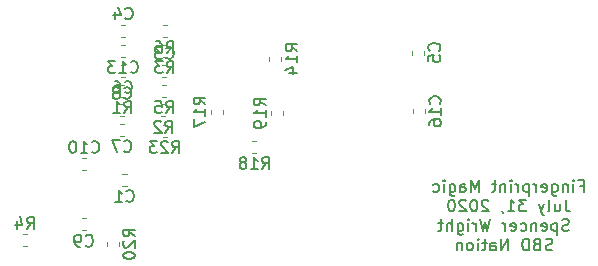
<source format=gbr>
%TF.GenerationSoftware,KiCad,Pcbnew,(5.1.6-0-10_14)*%
%TF.CreationDate,2020-07-31T15:00:41-05:00*%
%TF.ProjectId,final_fingerprint_sensor,66696e61-6c5f-4666-996e-676572707269,rev?*%
%TF.SameCoordinates,Original*%
%TF.FileFunction,Legend,Bot*%
%TF.FilePolarity,Positive*%
%FSLAX46Y46*%
G04 Gerber Fmt 4.6, Leading zero omitted, Abs format (unit mm)*
G04 Created by KiCad (PCBNEW (5.1.6-0-10_14)) date 2020-07-31 15:00:41*
%MOMM*%
%LPD*%
G01*
G04 APERTURE LIST*
%ADD10C,0.150000*%
%ADD11C,0.120000*%
G04 APERTURE END LIST*
D10*
X158455952Y-70428571D02*
X158789285Y-70428571D01*
X158789285Y-70952380D02*
X158789285Y-69952380D01*
X158313095Y-69952380D01*
X157932142Y-70952380D02*
X157932142Y-70285714D01*
X157932142Y-69952380D02*
X157979761Y-70000000D01*
X157932142Y-70047619D01*
X157884523Y-70000000D01*
X157932142Y-69952380D01*
X157932142Y-70047619D01*
X157455952Y-70285714D02*
X157455952Y-70952380D01*
X157455952Y-70380952D02*
X157408333Y-70333333D01*
X157313095Y-70285714D01*
X157170238Y-70285714D01*
X157075000Y-70333333D01*
X157027380Y-70428571D01*
X157027380Y-70952380D01*
X156122619Y-70285714D02*
X156122619Y-71095238D01*
X156170238Y-71190476D01*
X156217857Y-71238095D01*
X156313095Y-71285714D01*
X156455952Y-71285714D01*
X156551190Y-71238095D01*
X156122619Y-70904761D02*
X156217857Y-70952380D01*
X156408333Y-70952380D01*
X156503571Y-70904761D01*
X156551190Y-70857142D01*
X156598809Y-70761904D01*
X156598809Y-70476190D01*
X156551190Y-70380952D01*
X156503571Y-70333333D01*
X156408333Y-70285714D01*
X156217857Y-70285714D01*
X156122619Y-70333333D01*
X155265476Y-70904761D02*
X155360714Y-70952380D01*
X155551190Y-70952380D01*
X155646428Y-70904761D01*
X155694047Y-70809523D01*
X155694047Y-70428571D01*
X155646428Y-70333333D01*
X155551190Y-70285714D01*
X155360714Y-70285714D01*
X155265476Y-70333333D01*
X155217857Y-70428571D01*
X155217857Y-70523809D01*
X155694047Y-70619047D01*
X154789285Y-70952380D02*
X154789285Y-70285714D01*
X154789285Y-70476190D02*
X154741666Y-70380952D01*
X154694047Y-70333333D01*
X154598809Y-70285714D01*
X154503571Y-70285714D01*
X154170238Y-70285714D02*
X154170238Y-71285714D01*
X154170238Y-70333333D02*
X154075000Y-70285714D01*
X153884523Y-70285714D01*
X153789285Y-70333333D01*
X153741666Y-70380952D01*
X153694047Y-70476190D01*
X153694047Y-70761904D01*
X153741666Y-70857142D01*
X153789285Y-70904761D01*
X153884523Y-70952380D01*
X154075000Y-70952380D01*
X154170238Y-70904761D01*
X153265476Y-70952380D02*
X153265476Y-70285714D01*
X153265476Y-70476190D02*
X153217857Y-70380952D01*
X153170238Y-70333333D01*
X153075000Y-70285714D01*
X152979761Y-70285714D01*
X152646428Y-70952380D02*
X152646428Y-70285714D01*
X152646428Y-69952380D02*
X152694047Y-70000000D01*
X152646428Y-70047619D01*
X152598809Y-70000000D01*
X152646428Y-69952380D01*
X152646428Y-70047619D01*
X152170238Y-70285714D02*
X152170238Y-70952380D01*
X152170238Y-70380952D02*
X152122619Y-70333333D01*
X152027380Y-70285714D01*
X151884523Y-70285714D01*
X151789285Y-70333333D01*
X151741666Y-70428571D01*
X151741666Y-70952380D01*
X151408333Y-70285714D02*
X151027380Y-70285714D01*
X151265476Y-69952380D02*
X151265476Y-70809523D01*
X151217857Y-70904761D01*
X151122619Y-70952380D01*
X151027380Y-70952380D01*
X149932142Y-70952380D02*
X149932142Y-69952380D01*
X149598809Y-70666666D01*
X149265476Y-69952380D01*
X149265476Y-70952380D01*
X148360714Y-70952380D02*
X148360714Y-70428571D01*
X148408333Y-70333333D01*
X148503571Y-70285714D01*
X148694047Y-70285714D01*
X148789285Y-70333333D01*
X148360714Y-70904761D02*
X148455952Y-70952380D01*
X148694047Y-70952380D01*
X148789285Y-70904761D01*
X148836904Y-70809523D01*
X148836904Y-70714285D01*
X148789285Y-70619047D01*
X148694047Y-70571428D01*
X148455952Y-70571428D01*
X148360714Y-70523809D01*
X147455952Y-70285714D02*
X147455952Y-71095238D01*
X147503571Y-71190476D01*
X147551190Y-71238095D01*
X147646428Y-71285714D01*
X147789285Y-71285714D01*
X147884523Y-71238095D01*
X147455952Y-70904761D02*
X147551190Y-70952380D01*
X147741666Y-70952380D01*
X147836904Y-70904761D01*
X147884523Y-70857142D01*
X147932142Y-70761904D01*
X147932142Y-70476190D01*
X147884523Y-70380952D01*
X147836904Y-70333333D01*
X147741666Y-70285714D01*
X147551190Y-70285714D01*
X147455952Y-70333333D01*
X146979761Y-70952380D02*
X146979761Y-70285714D01*
X146979761Y-69952380D02*
X147027380Y-70000000D01*
X146979761Y-70047619D01*
X146932142Y-70000000D01*
X146979761Y-69952380D01*
X146979761Y-70047619D01*
X146075000Y-70904761D02*
X146170238Y-70952380D01*
X146360714Y-70952380D01*
X146455952Y-70904761D01*
X146503571Y-70857142D01*
X146551190Y-70761904D01*
X146551190Y-70476190D01*
X146503571Y-70380952D01*
X146455952Y-70333333D01*
X146360714Y-70285714D01*
X146170238Y-70285714D01*
X146075000Y-70333333D01*
X157265476Y-71602380D02*
X157265476Y-72316666D01*
X157313095Y-72459523D01*
X157408333Y-72554761D01*
X157551190Y-72602380D01*
X157646428Y-72602380D01*
X156360714Y-71935714D02*
X156360714Y-72602380D01*
X156789285Y-71935714D02*
X156789285Y-72459523D01*
X156741666Y-72554761D01*
X156646428Y-72602380D01*
X156503571Y-72602380D01*
X156408333Y-72554761D01*
X156360714Y-72507142D01*
X155741666Y-72602380D02*
X155836904Y-72554761D01*
X155884523Y-72459523D01*
X155884523Y-71602380D01*
X155455952Y-71935714D02*
X155217857Y-72602380D01*
X154979761Y-71935714D02*
X155217857Y-72602380D01*
X155313095Y-72840476D01*
X155360714Y-72888095D01*
X155455952Y-72935714D01*
X153932142Y-71602380D02*
X153313095Y-71602380D01*
X153646428Y-71983333D01*
X153503571Y-71983333D01*
X153408333Y-72030952D01*
X153360714Y-72078571D01*
X153313095Y-72173809D01*
X153313095Y-72411904D01*
X153360714Y-72507142D01*
X153408333Y-72554761D01*
X153503571Y-72602380D01*
X153789285Y-72602380D01*
X153884523Y-72554761D01*
X153932142Y-72507142D01*
X152360714Y-72602380D02*
X152932142Y-72602380D01*
X152646428Y-72602380D02*
X152646428Y-71602380D01*
X152741666Y-71745238D01*
X152836904Y-71840476D01*
X152932142Y-71888095D01*
X151884523Y-72554761D02*
X151884523Y-72602380D01*
X151932142Y-72697619D01*
X151979761Y-72745238D01*
X150741666Y-71697619D02*
X150694047Y-71650000D01*
X150598809Y-71602380D01*
X150360714Y-71602380D01*
X150265476Y-71650000D01*
X150217857Y-71697619D01*
X150170238Y-71792857D01*
X150170238Y-71888095D01*
X150217857Y-72030952D01*
X150789285Y-72602380D01*
X150170238Y-72602380D01*
X149551190Y-71602380D02*
X149455952Y-71602380D01*
X149360714Y-71650000D01*
X149313095Y-71697619D01*
X149265476Y-71792857D01*
X149217857Y-71983333D01*
X149217857Y-72221428D01*
X149265476Y-72411904D01*
X149313095Y-72507142D01*
X149360714Y-72554761D01*
X149455952Y-72602380D01*
X149551190Y-72602380D01*
X149646428Y-72554761D01*
X149694047Y-72507142D01*
X149741666Y-72411904D01*
X149789285Y-72221428D01*
X149789285Y-71983333D01*
X149741666Y-71792857D01*
X149694047Y-71697619D01*
X149646428Y-71650000D01*
X149551190Y-71602380D01*
X148836904Y-71697619D02*
X148789285Y-71650000D01*
X148694047Y-71602380D01*
X148455952Y-71602380D01*
X148360714Y-71650000D01*
X148313095Y-71697619D01*
X148265476Y-71792857D01*
X148265476Y-71888095D01*
X148313095Y-72030952D01*
X148884523Y-72602380D01*
X148265476Y-72602380D01*
X147646428Y-71602380D02*
X147551190Y-71602380D01*
X147455952Y-71650000D01*
X147408333Y-71697619D01*
X147360714Y-71792857D01*
X147313095Y-71983333D01*
X147313095Y-72221428D01*
X147360714Y-72411904D01*
X147408333Y-72507142D01*
X147455952Y-72554761D01*
X147551190Y-72602380D01*
X147646428Y-72602380D01*
X147741666Y-72554761D01*
X147789285Y-72507142D01*
X147836904Y-72411904D01*
X147884523Y-72221428D01*
X147884523Y-71983333D01*
X147836904Y-71792857D01*
X147789285Y-71697619D01*
X147741666Y-71650000D01*
X147646428Y-71602380D01*
X157551190Y-74204761D02*
X157408333Y-74252380D01*
X157170238Y-74252380D01*
X157075000Y-74204761D01*
X157027380Y-74157142D01*
X156979761Y-74061904D01*
X156979761Y-73966666D01*
X157027380Y-73871428D01*
X157075000Y-73823809D01*
X157170238Y-73776190D01*
X157360714Y-73728571D01*
X157455952Y-73680952D01*
X157503571Y-73633333D01*
X157551190Y-73538095D01*
X157551190Y-73442857D01*
X157503571Y-73347619D01*
X157455952Y-73300000D01*
X157360714Y-73252380D01*
X157122619Y-73252380D01*
X156979761Y-73300000D01*
X156551190Y-73585714D02*
X156551190Y-74585714D01*
X156551190Y-73633333D02*
X156455952Y-73585714D01*
X156265476Y-73585714D01*
X156170238Y-73633333D01*
X156122619Y-73680952D01*
X156075000Y-73776190D01*
X156075000Y-74061904D01*
X156122619Y-74157142D01*
X156170238Y-74204761D01*
X156265476Y-74252380D01*
X156455952Y-74252380D01*
X156551190Y-74204761D01*
X155265476Y-74204761D02*
X155360714Y-74252380D01*
X155551190Y-74252380D01*
X155646428Y-74204761D01*
X155694047Y-74109523D01*
X155694047Y-73728571D01*
X155646428Y-73633333D01*
X155551190Y-73585714D01*
X155360714Y-73585714D01*
X155265476Y-73633333D01*
X155217857Y-73728571D01*
X155217857Y-73823809D01*
X155694047Y-73919047D01*
X154789285Y-73585714D02*
X154789285Y-74252380D01*
X154789285Y-73680952D02*
X154741666Y-73633333D01*
X154646428Y-73585714D01*
X154503571Y-73585714D01*
X154408333Y-73633333D01*
X154360714Y-73728571D01*
X154360714Y-74252380D01*
X153455952Y-74204761D02*
X153551190Y-74252380D01*
X153741666Y-74252380D01*
X153836904Y-74204761D01*
X153884523Y-74157142D01*
X153932142Y-74061904D01*
X153932142Y-73776190D01*
X153884523Y-73680952D01*
X153836904Y-73633333D01*
X153741666Y-73585714D01*
X153551190Y-73585714D01*
X153455952Y-73633333D01*
X152646428Y-74204761D02*
X152741666Y-74252380D01*
X152932142Y-74252380D01*
X153027380Y-74204761D01*
X153075000Y-74109523D01*
X153075000Y-73728571D01*
X153027380Y-73633333D01*
X152932142Y-73585714D01*
X152741666Y-73585714D01*
X152646428Y-73633333D01*
X152598809Y-73728571D01*
X152598809Y-73823809D01*
X153075000Y-73919047D01*
X152170238Y-74252380D02*
X152170238Y-73585714D01*
X152170238Y-73776190D02*
X152122619Y-73680952D01*
X152075000Y-73633333D01*
X151979761Y-73585714D01*
X151884523Y-73585714D01*
X150884523Y-73252380D02*
X150646428Y-74252380D01*
X150455952Y-73538095D01*
X150265476Y-74252380D01*
X150027380Y-73252380D01*
X149646428Y-74252380D02*
X149646428Y-73585714D01*
X149646428Y-73776190D02*
X149598809Y-73680952D01*
X149551190Y-73633333D01*
X149455952Y-73585714D01*
X149360714Y-73585714D01*
X149027380Y-74252380D02*
X149027380Y-73585714D01*
X149027380Y-73252380D02*
X149075000Y-73300000D01*
X149027380Y-73347619D01*
X148979761Y-73300000D01*
X149027380Y-73252380D01*
X149027380Y-73347619D01*
X148122619Y-73585714D02*
X148122619Y-74395238D01*
X148170238Y-74490476D01*
X148217857Y-74538095D01*
X148313095Y-74585714D01*
X148455952Y-74585714D01*
X148551190Y-74538095D01*
X148122619Y-74204761D02*
X148217857Y-74252380D01*
X148408333Y-74252380D01*
X148503571Y-74204761D01*
X148551190Y-74157142D01*
X148598809Y-74061904D01*
X148598809Y-73776190D01*
X148551190Y-73680952D01*
X148503571Y-73633333D01*
X148408333Y-73585714D01*
X148217857Y-73585714D01*
X148122619Y-73633333D01*
X147646428Y-74252380D02*
X147646428Y-73252380D01*
X147217857Y-74252380D02*
X147217857Y-73728571D01*
X147265476Y-73633333D01*
X147360714Y-73585714D01*
X147503571Y-73585714D01*
X147598809Y-73633333D01*
X147646428Y-73680952D01*
X146884523Y-73585714D02*
X146503571Y-73585714D01*
X146741666Y-73252380D02*
X146741666Y-74109523D01*
X146694047Y-74204761D01*
X146598809Y-74252380D01*
X146503571Y-74252380D01*
X156146428Y-75854761D02*
X156003571Y-75902380D01*
X155765476Y-75902380D01*
X155670238Y-75854761D01*
X155622619Y-75807142D01*
X155575000Y-75711904D01*
X155575000Y-75616666D01*
X155622619Y-75521428D01*
X155670238Y-75473809D01*
X155765476Y-75426190D01*
X155955952Y-75378571D01*
X156051190Y-75330952D01*
X156098809Y-75283333D01*
X156146428Y-75188095D01*
X156146428Y-75092857D01*
X156098809Y-74997619D01*
X156051190Y-74950000D01*
X155955952Y-74902380D01*
X155717857Y-74902380D01*
X155575000Y-74950000D01*
X154813095Y-75378571D02*
X154670238Y-75426190D01*
X154622619Y-75473809D01*
X154575000Y-75569047D01*
X154575000Y-75711904D01*
X154622619Y-75807142D01*
X154670238Y-75854761D01*
X154765476Y-75902380D01*
X155146428Y-75902380D01*
X155146428Y-74902380D01*
X154813095Y-74902380D01*
X154717857Y-74950000D01*
X154670238Y-74997619D01*
X154622619Y-75092857D01*
X154622619Y-75188095D01*
X154670238Y-75283333D01*
X154717857Y-75330952D01*
X154813095Y-75378571D01*
X155146428Y-75378571D01*
X154146428Y-75902380D02*
X154146428Y-74902380D01*
X153908333Y-74902380D01*
X153765476Y-74950000D01*
X153670238Y-75045238D01*
X153622619Y-75140476D01*
X153575000Y-75330952D01*
X153575000Y-75473809D01*
X153622619Y-75664285D01*
X153670238Y-75759523D01*
X153765476Y-75854761D01*
X153908333Y-75902380D01*
X154146428Y-75902380D01*
X152384523Y-75902380D02*
X152384523Y-74902380D01*
X151813095Y-75902380D01*
X151813095Y-74902380D01*
X150908333Y-75902380D02*
X150908333Y-75378571D01*
X150955952Y-75283333D01*
X151051190Y-75235714D01*
X151241666Y-75235714D01*
X151336904Y-75283333D01*
X150908333Y-75854761D02*
X151003571Y-75902380D01*
X151241666Y-75902380D01*
X151336904Y-75854761D01*
X151384523Y-75759523D01*
X151384523Y-75664285D01*
X151336904Y-75569047D01*
X151241666Y-75521428D01*
X151003571Y-75521428D01*
X150908333Y-75473809D01*
X150575000Y-75235714D02*
X150194047Y-75235714D01*
X150432142Y-74902380D02*
X150432142Y-75759523D01*
X150384523Y-75854761D01*
X150289285Y-75902380D01*
X150194047Y-75902380D01*
X149860714Y-75902380D02*
X149860714Y-75235714D01*
X149860714Y-74902380D02*
X149908333Y-74950000D01*
X149860714Y-74997619D01*
X149813095Y-74950000D01*
X149860714Y-74902380D01*
X149860714Y-74997619D01*
X149241666Y-75902380D02*
X149336904Y-75854761D01*
X149384523Y-75807142D01*
X149432142Y-75711904D01*
X149432142Y-75426190D01*
X149384523Y-75330952D01*
X149336904Y-75283333D01*
X149241666Y-75235714D01*
X149098809Y-75235714D01*
X149003571Y-75283333D01*
X148955952Y-75330952D01*
X148908333Y-75426190D01*
X148908333Y-75711904D01*
X148955952Y-75807142D01*
X149003571Y-75854761D01*
X149098809Y-75902380D01*
X149241666Y-75902380D01*
X148479761Y-75235714D02*
X148479761Y-75902380D01*
X148479761Y-75330952D02*
X148432142Y-75283333D01*
X148336904Y-75235714D01*
X148194047Y-75235714D01*
X148098809Y-75283333D01*
X148051190Y-75378571D01*
X148051190Y-75902380D01*
D11*
%TO.C,C1*%
X119753733Y-70435000D02*
X120096267Y-70435000D01*
X119753733Y-69415000D02*
X120096267Y-69415000D01*
%TO.C,C4*%
X119996267Y-56815000D02*
X119653733Y-56815000D01*
X119996267Y-57835000D02*
X119653733Y-57835000D01*
%TO.C,C6*%
X119603733Y-60165000D02*
X119946267Y-60165000D01*
X119603733Y-61185000D02*
X119946267Y-61185000D01*
%TO.C,C7*%
X119553733Y-66210000D02*
X119896267Y-66210000D01*
X119553733Y-65190000D02*
X119896267Y-65190000D01*
%TO.C,C8*%
X119896267Y-63540000D02*
X119553733Y-63540000D01*
X119896267Y-64560000D02*
X119553733Y-64560000D01*
%TO.C,C9*%
X116303733Y-74210000D02*
X116646267Y-74210000D01*
X116303733Y-73190000D02*
X116646267Y-73190000D01*
%TO.C,C10*%
X116696267Y-69135000D02*
X116353733Y-69135000D01*
X116696267Y-68115000D02*
X116353733Y-68115000D01*
%TO.C,C13*%
X119628733Y-58490000D02*
X119971267Y-58490000D01*
X119628733Y-59510000D02*
X119971267Y-59510000D01*
%TO.C,R1*%
X119578733Y-61865000D02*
X119921267Y-61865000D01*
X119578733Y-62885000D02*
X119921267Y-62885000D01*
%TO.C,R2*%
X123053733Y-64560000D02*
X123396267Y-64560000D01*
X123053733Y-63540000D02*
X123396267Y-63540000D01*
%TO.C,R3*%
X123153733Y-58490000D02*
X123496267Y-58490000D01*
X123153733Y-59510000D02*
X123496267Y-59510000D01*
%TO.C,R5*%
X123103733Y-62885000D02*
X123446267Y-62885000D01*
X123103733Y-61865000D02*
X123446267Y-61865000D01*
%TO.C,R6*%
X123153733Y-57835000D02*
X123496267Y-57835000D01*
X123153733Y-56815000D02*
X123496267Y-56815000D01*
%TO.C,R14*%
X133185000Y-59846267D02*
X133185000Y-59503733D01*
X132165000Y-59846267D02*
X132165000Y-59503733D01*
%TO.C,R17*%
X127240000Y-64003733D02*
X127240000Y-64346267D01*
X128260000Y-64003733D02*
X128260000Y-64346267D01*
%TO.C,R18*%
X130753733Y-67635000D02*
X131096267Y-67635000D01*
X130753733Y-66615000D02*
X131096267Y-66615000D01*
%TO.C,R19*%
X133360000Y-64103733D02*
X133360000Y-64446267D01*
X132340000Y-64103733D02*
X132340000Y-64446267D01*
%TO.C,R23*%
X123153733Y-65265000D02*
X123496267Y-65265000D01*
X123153733Y-66285000D02*
X123496267Y-66285000D01*
%TO.C,C3*%
X123471267Y-61185000D02*
X123128733Y-61185000D01*
X123471267Y-60165000D02*
X123128733Y-60165000D01*
%TO.C,C5*%
X144265000Y-59321267D02*
X144265000Y-58978733D01*
X145285000Y-59321267D02*
X145285000Y-58978733D01*
%TO.C,C16*%
X145335000Y-64296267D02*
X145335000Y-63953733D01*
X144315000Y-64296267D02*
X144315000Y-63953733D01*
%TO.C,R4*%
X111671267Y-74540000D02*
X111328733Y-74540000D01*
X111671267Y-75560000D02*
X111328733Y-75560000D01*
%TO.C,R20*%
X118415000Y-75521267D02*
X118415000Y-75178733D01*
X119435000Y-75521267D02*
X119435000Y-75178733D01*
%TO.C,C1*%
D10*
X120091666Y-71712142D02*
X120139285Y-71759761D01*
X120282142Y-71807380D01*
X120377380Y-71807380D01*
X120520238Y-71759761D01*
X120615476Y-71664523D01*
X120663095Y-71569285D01*
X120710714Y-71378809D01*
X120710714Y-71235952D01*
X120663095Y-71045476D01*
X120615476Y-70950238D01*
X120520238Y-70855000D01*
X120377380Y-70807380D01*
X120282142Y-70807380D01*
X120139285Y-70855000D01*
X120091666Y-70902619D01*
X119139285Y-71807380D02*
X119710714Y-71807380D01*
X119425000Y-71807380D02*
X119425000Y-70807380D01*
X119520238Y-70950238D01*
X119615476Y-71045476D01*
X119710714Y-71093095D01*
%TO.C,C4*%
X119991666Y-56252142D02*
X120039285Y-56299761D01*
X120182142Y-56347380D01*
X120277380Y-56347380D01*
X120420238Y-56299761D01*
X120515476Y-56204523D01*
X120563095Y-56109285D01*
X120610714Y-55918809D01*
X120610714Y-55775952D01*
X120563095Y-55585476D01*
X120515476Y-55490238D01*
X120420238Y-55395000D01*
X120277380Y-55347380D01*
X120182142Y-55347380D01*
X120039285Y-55395000D01*
X119991666Y-55442619D01*
X119134523Y-55680714D02*
X119134523Y-56347380D01*
X119372619Y-55299761D02*
X119610714Y-56014047D01*
X118991666Y-56014047D01*
%TO.C,C6*%
X119941666Y-62462142D02*
X119989285Y-62509761D01*
X120132142Y-62557380D01*
X120227380Y-62557380D01*
X120370238Y-62509761D01*
X120465476Y-62414523D01*
X120513095Y-62319285D01*
X120560714Y-62128809D01*
X120560714Y-61985952D01*
X120513095Y-61795476D01*
X120465476Y-61700238D01*
X120370238Y-61605000D01*
X120227380Y-61557380D01*
X120132142Y-61557380D01*
X119989285Y-61605000D01*
X119941666Y-61652619D01*
X119084523Y-61557380D02*
X119275000Y-61557380D01*
X119370238Y-61605000D01*
X119417857Y-61652619D01*
X119513095Y-61795476D01*
X119560714Y-61985952D01*
X119560714Y-62366904D01*
X119513095Y-62462142D01*
X119465476Y-62509761D01*
X119370238Y-62557380D01*
X119179761Y-62557380D01*
X119084523Y-62509761D01*
X119036904Y-62462142D01*
X118989285Y-62366904D01*
X118989285Y-62128809D01*
X119036904Y-62033571D01*
X119084523Y-61985952D01*
X119179761Y-61938333D01*
X119370238Y-61938333D01*
X119465476Y-61985952D01*
X119513095Y-62033571D01*
X119560714Y-62128809D01*
%TO.C,C7*%
X119891666Y-67487142D02*
X119939285Y-67534761D01*
X120082142Y-67582380D01*
X120177380Y-67582380D01*
X120320238Y-67534761D01*
X120415476Y-67439523D01*
X120463095Y-67344285D01*
X120510714Y-67153809D01*
X120510714Y-67010952D01*
X120463095Y-66820476D01*
X120415476Y-66725238D01*
X120320238Y-66630000D01*
X120177380Y-66582380D01*
X120082142Y-66582380D01*
X119939285Y-66630000D01*
X119891666Y-66677619D01*
X119558333Y-66582380D02*
X118891666Y-66582380D01*
X119320238Y-67582380D01*
%TO.C,C8*%
X119891666Y-62977142D02*
X119939285Y-63024761D01*
X120082142Y-63072380D01*
X120177380Y-63072380D01*
X120320238Y-63024761D01*
X120415476Y-62929523D01*
X120463095Y-62834285D01*
X120510714Y-62643809D01*
X120510714Y-62500952D01*
X120463095Y-62310476D01*
X120415476Y-62215238D01*
X120320238Y-62120000D01*
X120177380Y-62072380D01*
X120082142Y-62072380D01*
X119939285Y-62120000D01*
X119891666Y-62167619D01*
X119320238Y-62500952D02*
X119415476Y-62453333D01*
X119463095Y-62405714D01*
X119510714Y-62310476D01*
X119510714Y-62262857D01*
X119463095Y-62167619D01*
X119415476Y-62120000D01*
X119320238Y-62072380D01*
X119129761Y-62072380D01*
X119034523Y-62120000D01*
X118986904Y-62167619D01*
X118939285Y-62262857D01*
X118939285Y-62310476D01*
X118986904Y-62405714D01*
X119034523Y-62453333D01*
X119129761Y-62500952D01*
X119320238Y-62500952D01*
X119415476Y-62548571D01*
X119463095Y-62596190D01*
X119510714Y-62691428D01*
X119510714Y-62881904D01*
X119463095Y-62977142D01*
X119415476Y-63024761D01*
X119320238Y-63072380D01*
X119129761Y-63072380D01*
X119034523Y-63024761D01*
X118986904Y-62977142D01*
X118939285Y-62881904D01*
X118939285Y-62691428D01*
X118986904Y-62596190D01*
X119034523Y-62548571D01*
X119129761Y-62500952D01*
%TO.C,C9*%
X116641666Y-75487142D02*
X116689285Y-75534761D01*
X116832142Y-75582380D01*
X116927380Y-75582380D01*
X117070238Y-75534761D01*
X117165476Y-75439523D01*
X117213095Y-75344285D01*
X117260714Y-75153809D01*
X117260714Y-75010952D01*
X117213095Y-74820476D01*
X117165476Y-74725238D01*
X117070238Y-74630000D01*
X116927380Y-74582380D01*
X116832142Y-74582380D01*
X116689285Y-74630000D01*
X116641666Y-74677619D01*
X116165476Y-75582380D02*
X115975000Y-75582380D01*
X115879761Y-75534761D01*
X115832142Y-75487142D01*
X115736904Y-75344285D01*
X115689285Y-75153809D01*
X115689285Y-74772857D01*
X115736904Y-74677619D01*
X115784523Y-74630000D01*
X115879761Y-74582380D01*
X116070238Y-74582380D01*
X116165476Y-74630000D01*
X116213095Y-74677619D01*
X116260714Y-74772857D01*
X116260714Y-75010952D01*
X116213095Y-75106190D01*
X116165476Y-75153809D01*
X116070238Y-75201428D01*
X115879761Y-75201428D01*
X115784523Y-75153809D01*
X115736904Y-75106190D01*
X115689285Y-75010952D01*
%TO.C,C10*%
X117167857Y-67552142D02*
X117215476Y-67599761D01*
X117358333Y-67647380D01*
X117453571Y-67647380D01*
X117596428Y-67599761D01*
X117691666Y-67504523D01*
X117739285Y-67409285D01*
X117786904Y-67218809D01*
X117786904Y-67075952D01*
X117739285Y-66885476D01*
X117691666Y-66790238D01*
X117596428Y-66695000D01*
X117453571Y-66647380D01*
X117358333Y-66647380D01*
X117215476Y-66695000D01*
X117167857Y-66742619D01*
X116215476Y-67647380D02*
X116786904Y-67647380D01*
X116501190Y-67647380D02*
X116501190Y-66647380D01*
X116596428Y-66790238D01*
X116691666Y-66885476D01*
X116786904Y-66933095D01*
X115596428Y-66647380D02*
X115501190Y-66647380D01*
X115405952Y-66695000D01*
X115358333Y-66742619D01*
X115310714Y-66837857D01*
X115263095Y-67028333D01*
X115263095Y-67266428D01*
X115310714Y-67456904D01*
X115358333Y-67552142D01*
X115405952Y-67599761D01*
X115501190Y-67647380D01*
X115596428Y-67647380D01*
X115691666Y-67599761D01*
X115739285Y-67552142D01*
X115786904Y-67456904D01*
X115834523Y-67266428D01*
X115834523Y-67028333D01*
X115786904Y-66837857D01*
X115739285Y-66742619D01*
X115691666Y-66695000D01*
X115596428Y-66647380D01*
%TO.C,C13*%
X120442857Y-60787142D02*
X120490476Y-60834761D01*
X120633333Y-60882380D01*
X120728571Y-60882380D01*
X120871428Y-60834761D01*
X120966666Y-60739523D01*
X121014285Y-60644285D01*
X121061904Y-60453809D01*
X121061904Y-60310952D01*
X121014285Y-60120476D01*
X120966666Y-60025238D01*
X120871428Y-59930000D01*
X120728571Y-59882380D01*
X120633333Y-59882380D01*
X120490476Y-59930000D01*
X120442857Y-59977619D01*
X119490476Y-60882380D02*
X120061904Y-60882380D01*
X119776190Y-60882380D02*
X119776190Y-59882380D01*
X119871428Y-60025238D01*
X119966666Y-60120476D01*
X120061904Y-60168095D01*
X119157142Y-59882380D02*
X118538095Y-59882380D01*
X118871428Y-60263333D01*
X118728571Y-60263333D01*
X118633333Y-60310952D01*
X118585714Y-60358571D01*
X118538095Y-60453809D01*
X118538095Y-60691904D01*
X118585714Y-60787142D01*
X118633333Y-60834761D01*
X118728571Y-60882380D01*
X119014285Y-60882380D01*
X119109523Y-60834761D01*
X119157142Y-60787142D01*
%TO.C,R1*%
X119916666Y-64257380D02*
X120250000Y-63781190D01*
X120488095Y-64257380D02*
X120488095Y-63257380D01*
X120107142Y-63257380D01*
X120011904Y-63305000D01*
X119964285Y-63352619D01*
X119916666Y-63447857D01*
X119916666Y-63590714D01*
X119964285Y-63685952D01*
X120011904Y-63733571D01*
X120107142Y-63781190D01*
X120488095Y-63781190D01*
X118964285Y-64257380D02*
X119535714Y-64257380D01*
X119250000Y-64257380D02*
X119250000Y-63257380D01*
X119345238Y-63400238D01*
X119440476Y-63495476D01*
X119535714Y-63543095D01*
%TO.C,R2*%
X123391666Y-65932380D02*
X123725000Y-65456190D01*
X123963095Y-65932380D02*
X123963095Y-64932380D01*
X123582142Y-64932380D01*
X123486904Y-64980000D01*
X123439285Y-65027619D01*
X123391666Y-65122857D01*
X123391666Y-65265714D01*
X123439285Y-65360952D01*
X123486904Y-65408571D01*
X123582142Y-65456190D01*
X123963095Y-65456190D01*
X123010714Y-65027619D02*
X122963095Y-64980000D01*
X122867857Y-64932380D01*
X122629761Y-64932380D01*
X122534523Y-64980000D01*
X122486904Y-65027619D01*
X122439285Y-65122857D01*
X122439285Y-65218095D01*
X122486904Y-65360952D01*
X123058333Y-65932380D01*
X122439285Y-65932380D01*
%TO.C,R3*%
X123491666Y-60882380D02*
X123825000Y-60406190D01*
X124063095Y-60882380D02*
X124063095Y-59882380D01*
X123682142Y-59882380D01*
X123586904Y-59930000D01*
X123539285Y-59977619D01*
X123491666Y-60072857D01*
X123491666Y-60215714D01*
X123539285Y-60310952D01*
X123586904Y-60358571D01*
X123682142Y-60406190D01*
X124063095Y-60406190D01*
X123158333Y-59882380D02*
X122539285Y-59882380D01*
X122872619Y-60263333D01*
X122729761Y-60263333D01*
X122634523Y-60310952D01*
X122586904Y-60358571D01*
X122539285Y-60453809D01*
X122539285Y-60691904D01*
X122586904Y-60787142D01*
X122634523Y-60834761D01*
X122729761Y-60882380D01*
X123015476Y-60882380D01*
X123110714Y-60834761D01*
X123158333Y-60787142D01*
%TO.C,R5*%
X123441666Y-64257380D02*
X123775000Y-63781190D01*
X124013095Y-64257380D02*
X124013095Y-63257380D01*
X123632142Y-63257380D01*
X123536904Y-63305000D01*
X123489285Y-63352619D01*
X123441666Y-63447857D01*
X123441666Y-63590714D01*
X123489285Y-63685952D01*
X123536904Y-63733571D01*
X123632142Y-63781190D01*
X124013095Y-63781190D01*
X122536904Y-63257380D02*
X123013095Y-63257380D01*
X123060714Y-63733571D01*
X123013095Y-63685952D01*
X122917857Y-63638333D01*
X122679761Y-63638333D01*
X122584523Y-63685952D01*
X122536904Y-63733571D01*
X122489285Y-63828809D01*
X122489285Y-64066904D01*
X122536904Y-64162142D01*
X122584523Y-64209761D01*
X122679761Y-64257380D01*
X122917857Y-64257380D01*
X123013095Y-64209761D01*
X123060714Y-64162142D01*
%TO.C,R6*%
X123491666Y-59207380D02*
X123825000Y-58731190D01*
X124063095Y-59207380D02*
X124063095Y-58207380D01*
X123682142Y-58207380D01*
X123586904Y-58255000D01*
X123539285Y-58302619D01*
X123491666Y-58397857D01*
X123491666Y-58540714D01*
X123539285Y-58635952D01*
X123586904Y-58683571D01*
X123682142Y-58731190D01*
X124063095Y-58731190D01*
X122634523Y-58207380D02*
X122825000Y-58207380D01*
X122920238Y-58255000D01*
X122967857Y-58302619D01*
X123063095Y-58445476D01*
X123110714Y-58635952D01*
X123110714Y-59016904D01*
X123063095Y-59112142D01*
X123015476Y-59159761D01*
X122920238Y-59207380D01*
X122729761Y-59207380D01*
X122634523Y-59159761D01*
X122586904Y-59112142D01*
X122539285Y-59016904D01*
X122539285Y-58778809D01*
X122586904Y-58683571D01*
X122634523Y-58635952D01*
X122729761Y-58588333D01*
X122920238Y-58588333D01*
X123015476Y-58635952D01*
X123063095Y-58683571D01*
X123110714Y-58778809D01*
%TO.C,R14*%
X134557380Y-59032142D02*
X134081190Y-58698809D01*
X134557380Y-58460714D02*
X133557380Y-58460714D01*
X133557380Y-58841666D01*
X133605000Y-58936904D01*
X133652619Y-58984523D01*
X133747857Y-59032142D01*
X133890714Y-59032142D01*
X133985952Y-58984523D01*
X134033571Y-58936904D01*
X134081190Y-58841666D01*
X134081190Y-58460714D01*
X134557380Y-59984523D02*
X134557380Y-59413095D01*
X134557380Y-59698809D02*
X133557380Y-59698809D01*
X133700238Y-59603571D01*
X133795476Y-59508333D01*
X133843095Y-59413095D01*
X133890714Y-60841666D02*
X134557380Y-60841666D01*
X133509761Y-60603571D02*
X134224047Y-60365476D01*
X134224047Y-60984523D01*
%TO.C,R17*%
X126772380Y-63532142D02*
X126296190Y-63198809D01*
X126772380Y-62960714D02*
X125772380Y-62960714D01*
X125772380Y-63341666D01*
X125820000Y-63436904D01*
X125867619Y-63484523D01*
X125962857Y-63532142D01*
X126105714Y-63532142D01*
X126200952Y-63484523D01*
X126248571Y-63436904D01*
X126296190Y-63341666D01*
X126296190Y-62960714D01*
X126772380Y-64484523D02*
X126772380Y-63913095D01*
X126772380Y-64198809D02*
X125772380Y-64198809D01*
X125915238Y-64103571D01*
X126010476Y-64008333D01*
X126058095Y-63913095D01*
X125772380Y-64817857D02*
X125772380Y-65484523D01*
X126772380Y-65055952D01*
%TO.C,R18*%
X131567857Y-69007380D02*
X131901190Y-68531190D01*
X132139285Y-69007380D02*
X132139285Y-68007380D01*
X131758333Y-68007380D01*
X131663095Y-68055000D01*
X131615476Y-68102619D01*
X131567857Y-68197857D01*
X131567857Y-68340714D01*
X131615476Y-68435952D01*
X131663095Y-68483571D01*
X131758333Y-68531190D01*
X132139285Y-68531190D01*
X130615476Y-69007380D02*
X131186904Y-69007380D01*
X130901190Y-69007380D02*
X130901190Y-68007380D01*
X130996428Y-68150238D01*
X131091666Y-68245476D01*
X131186904Y-68293095D01*
X130044047Y-68435952D02*
X130139285Y-68388333D01*
X130186904Y-68340714D01*
X130234523Y-68245476D01*
X130234523Y-68197857D01*
X130186904Y-68102619D01*
X130139285Y-68055000D01*
X130044047Y-68007380D01*
X129853571Y-68007380D01*
X129758333Y-68055000D01*
X129710714Y-68102619D01*
X129663095Y-68197857D01*
X129663095Y-68245476D01*
X129710714Y-68340714D01*
X129758333Y-68388333D01*
X129853571Y-68435952D01*
X130044047Y-68435952D01*
X130139285Y-68483571D01*
X130186904Y-68531190D01*
X130234523Y-68626428D01*
X130234523Y-68816904D01*
X130186904Y-68912142D01*
X130139285Y-68959761D01*
X130044047Y-69007380D01*
X129853571Y-69007380D01*
X129758333Y-68959761D01*
X129710714Y-68912142D01*
X129663095Y-68816904D01*
X129663095Y-68626428D01*
X129710714Y-68531190D01*
X129758333Y-68483571D01*
X129853571Y-68435952D01*
%TO.C,R19*%
X131872380Y-63632142D02*
X131396190Y-63298809D01*
X131872380Y-63060714D02*
X130872380Y-63060714D01*
X130872380Y-63441666D01*
X130920000Y-63536904D01*
X130967619Y-63584523D01*
X131062857Y-63632142D01*
X131205714Y-63632142D01*
X131300952Y-63584523D01*
X131348571Y-63536904D01*
X131396190Y-63441666D01*
X131396190Y-63060714D01*
X131872380Y-64584523D02*
X131872380Y-64013095D01*
X131872380Y-64298809D02*
X130872380Y-64298809D01*
X131015238Y-64203571D01*
X131110476Y-64108333D01*
X131158095Y-64013095D01*
X131872380Y-65060714D02*
X131872380Y-65251190D01*
X131824761Y-65346428D01*
X131777142Y-65394047D01*
X131634285Y-65489285D01*
X131443809Y-65536904D01*
X131062857Y-65536904D01*
X130967619Y-65489285D01*
X130920000Y-65441666D01*
X130872380Y-65346428D01*
X130872380Y-65155952D01*
X130920000Y-65060714D01*
X130967619Y-65013095D01*
X131062857Y-64965476D01*
X131300952Y-64965476D01*
X131396190Y-65013095D01*
X131443809Y-65060714D01*
X131491428Y-65155952D01*
X131491428Y-65346428D01*
X131443809Y-65441666D01*
X131396190Y-65489285D01*
X131300952Y-65536904D01*
%TO.C,R23*%
X123967857Y-67657380D02*
X124301190Y-67181190D01*
X124539285Y-67657380D02*
X124539285Y-66657380D01*
X124158333Y-66657380D01*
X124063095Y-66705000D01*
X124015476Y-66752619D01*
X123967857Y-66847857D01*
X123967857Y-66990714D01*
X124015476Y-67085952D01*
X124063095Y-67133571D01*
X124158333Y-67181190D01*
X124539285Y-67181190D01*
X123586904Y-66752619D02*
X123539285Y-66705000D01*
X123444047Y-66657380D01*
X123205952Y-66657380D01*
X123110714Y-66705000D01*
X123063095Y-66752619D01*
X123015476Y-66847857D01*
X123015476Y-66943095D01*
X123063095Y-67085952D01*
X123634523Y-67657380D01*
X123015476Y-67657380D01*
X122682142Y-66657380D02*
X122063095Y-66657380D01*
X122396428Y-67038333D01*
X122253571Y-67038333D01*
X122158333Y-67085952D01*
X122110714Y-67133571D01*
X122063095Y-67228809D01*
X122063095Y-67466904D01*
X122110714Y-67562142D01*
X122158333Y-67609761D01*
X122253571Y-67657380D01*
X122539285Y-67657380D01*
X122634523Y-67609761D01*
X122682142Y-67562142D01*
%TO.C,C3*%
X123466666Y-59602142D02*
X123514285Y-59649761D01*
X123657142Y-59697380D01*
X123752380Y-59697380D01*
X123895238Y-59649761D01*
X123990476Y-59554523D01*
X124038095Y-59459285D01*
X124085714Y-59268809D01*
X124085714Y-59125952D01*
X124038095Y-58935476D01*
X123990476Y-58840238D01*
X123895238Y-58745000D01*
X123752380Y-58697380D01*
X123657142Y-58697380D01*
X123514285Y-58745000D01*
X123466666Y-58792619D01*
X123133333Y-58697380D02*
X122514285Y-58697380D01*
X122847619Y-59078333D01*
X122704761Y-59078333D01*
X122609523Y-59125952D01*
X122561904Y-59173571D01*
X122514285Y-59268809D01*
X122514285Y-59506904D01*
X122561904Y-59602142D01*
X122609523Y-59649761D01*
X122704761Y-59697380D01*
X122990476Y-59697380D01*
X123085714Y-59649761D01*
X123133333Y-59602142D01*
%TO.C,C5*%
X146562142Y-58983333D02*
X146609761Y-58935714D01*
X146657380Y-58792857D01*
X146657380Y-58697619D01*
X146609761Y-58554761D01*
X146514523Y-58459523D01*
X146419285Y-58411904D01*
X146228809Y-58364285D01*
X146085952Y-58364285D01*
X145895476Y-58411904D01*
X145800238Y-58459523D01*
X145705000Y-58554761D01*
X145657380Y-58697619D01*
X145657380Y-58792857D01*
X145705000Y-58935714D01*
X145752619Y-58983333D01*
X145657380Y-59888095D02*
X145657380Y-59411904D01*
X146133571Y-59364285D01*
X146085952Y-59411904D01*
X146038333Y-59507142D01*
X146038333Y-59745238D01*
X146085952Y-59840476D01*
X146133571Y-59888095D01*
X146228809Y-59935714D01*
X146466904Y-59935714D01*
X146562142Y-59888095D01*
X146609761Y-59840476D01*
X146657380Y-59745238D01*
X146657380Y-59507142D01*
X146609761Y-59411904D01*
X146562142Y-59364285D01*
%TO.C,C16*%
X146612142Y-63482142D02*
X146659761Y-63434523D01*
X146707380Y-63291666D01*
X146707380Y-63196428D01*
X146659761Y-63053571D01*
X146564523Y-62958333D01*
X146469285Y-62910714D01*
X146278809Y-62863095D01*
X146135952Y-62863095D01*
X145945476Y-62910714D01*
X145850238Y-62958333D01*
X145755000Y-63053571D01*
X145707380Y-63196428D01*
X145707380Y-63291666D01*
X145755000Y-63434523D01*
X145802619Y-63482142D01*
X146707380Y-64434523D02*
X146707380Y-63863095D01*
X146707380Y-64148809D02*
X145707380Y-64148809D01*
X145850238Y-64053571D01*
X145945476Y-63958333D01*
X145993095Y-63863095D01*
X145707380Y-65291666D02*
X145707380Y-65101190D01*
X145755000Y-65005952D01*
X145802619Y-64958333D01*
X145945476Y-64863095D01*
X146135952Y-64815476D01*
X146516904Y-64815476D01*
X146612142Y-64863095D01*
X146659761Y-64910714D01*
X146707380Y-65005952D01*
X146707380Y-65196428D01*
X146659761Y-65291666D01*
X146612142Y-65339285D01*
X146516904Y-65386904D01*
X146278809Y-65386904D01*
X146183571Y-65339285D01*
X146135952Y-65291666D01*
X146088333Y-65196428D01*
X146088333Y-65005952D01*
X146135952Y-64910714D01*
X146183571Y-64863095D01*
X146278809Y-64815476D01*
%TO.C,R4*%
X111666666Y-74072380D02*
X112000000Y-73596190D01*
X112238095Y-74072380D02*
X112238095Y-73072380D01*
X111857142Y-73072380D01*
X111761904Y-73120000D01*
X111714285Y-73167619D01*
X111666666Y-73262857D01*
X111666666Y-73405714D01*
X111714285Y-73500952D01*
X111761904Y-73548571D01*
X111857142Y-73596190D01*
X112238095Y-73596190D01*
X110809523Y-73405714D02*
X110809523Y-74072380D01*
X111047619Y-73024761D02*
X111285714Y-73739047D01*
X110666666Y-73739047D01*
%TO.C,R20*%
X120807380Y-74707142D02*
X120331190Y-74373809D01*
X120807380Y-74135714D02*
X119807380Y-74135714D01*
X119807380Y-74516666D01*
X119855000Y-74611904D01*
X119902619Y-74659523D01*
X119997857Y-74707142D01*
X120140714Y-74707142D01*
X120235952Y-74659523D01*
X120283571Y-74611904D01*
X120331190Y-74516666D01*
X120331190Y-74135714D01*
X119902619Y-75088095D02*
X119855000Y-75135714D01*
X119807380Y-75230952D01*
X119807380Y-75469047D01*
X119855000Y-75564285D01*
X119902619Y-75611904D01*
X119997857Y-75659523D01*
X120093095Y-75659523D01*
X120235952Y-75611904D01*
X120807380Y-75040476D01*
X120807380Y-75659523D01*
X119807380Y-76278571D02*
X119807380Y-76373809D01*
X119855000Y-76469047D01*
X119902619Y-76516666D01*
X119997857Y-76564285D01*
X120188333Y-76611904D01*
X120426428Y-76611904D01*
X120616904Y-76564285D01*
X120712142Y-76516666D01*
X120759761Y-76469047D01*
X120807380Y-76373809D01*
X120807380Y-76278571D01*
X120759761Y-76183333D01*
X120712142Y-76135714D01*
X120616904Y-76088095D01*
X120426428Y-76040476D01*
X120188333Y-76040476D01*
X119997857Y-76088095D01*
X119902619Y-76135714D01*
X119855000Y-76183333D01*
X119807380Y-76278571D01*
%TD*%
M02*

</source>
